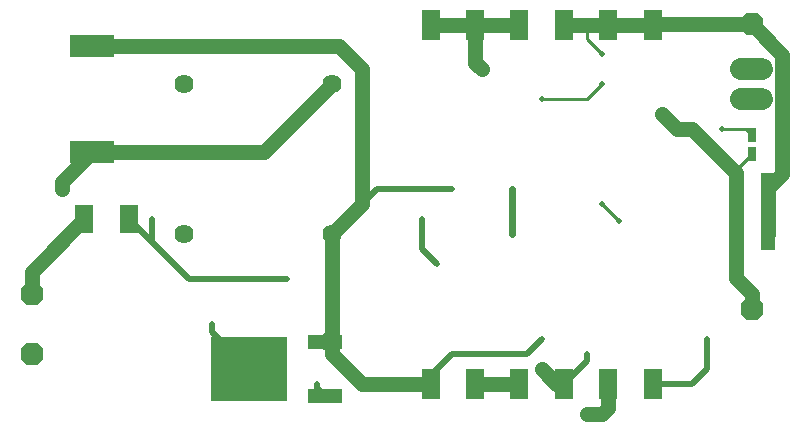
<source format=gbr>
G04 EAGLE Gerber RS-274X export*
G75*
%MOMM*%
%FSLAX34Y34*%
%LPD*%
%INTop Copper*%
%IPPOS*%
%AMOC8*
5,1,8,0,0,1.08239X$1,22.5*%
G01*
%ADD10P,2.089446X8X22.500000*%
%ADD11C,1.828800*%
%ADD12R,0.750000X1.200000*%
%ADD13R,1.520000X2.500000*%
%ADD14R,2.850000X1.250000*%
%ADD15R,6.500000X5.500000*%
%ADD16C,1.620000*%
%ADD17R,1.220000X2.720000*%
%ADD18R,1.550000X2.350000*%
%ADD19R,3.700000X1.909800*%
%ADD20C,1.270000*%
%ADD21C,0.502400*%
%ADD22C,0.609600*%
%ADD23C,0.508000*%
%ADD24C,0.254000*%
%ADD25C,1.000000*%
%ADD26C,0.700000*%


D10*
X50800Y114300D03*
X50800Y63500D03*
D11*
X651256Y304800D02*
X669544Y304800D01*
X669544Y279400D02*
X651256Y279400D01*
D12*
X660400Y233300D03*
X660400Y249300D03*
D13*
X388600Y38600D03*
X426200Y38600D03*
X463800Y38600D03*
X501400Y38600D03*
X539000Y38600D03*
X576600Y38600D03*
X576600Y342400D03*
X539000Y342400D03*
X501400Y342400D03*
X463800Y342400D03*
X426200Y342400D03*
X388600Y342400D03*
D14*
X299100Y28000D03*
D15*
X235100Y50800D03*
D14*
X299100Y73600D03*
D16*
X304800Y165100D03*
X179800Y165100D03*
D17*
X673900Y203200D03*
X646900Y203200D03*
X673900Y165100D03*
X646900Y165100D03*
D18*
X133300Y177800D03*
X95300Y177800D03*
D10*
X660400Y342900D03*
X660400Y101600D03*
D16*
X304800Y292100D03*
X179800Y292100D03*
D19*
X101600Y234449D03*
X101600Y324351D03*
D20*
X539000Y38600D02*
X539000Y18300D01*
X533400Y12700D01*
D21*
X457200Y165100D03*
D22*
X457200Y203200D01*
D21*
X457200Y203200D03*
D20*
X520700Y12700D02*
X533400Y12700D01*
D21*
X520700Y12700D03*
D20*
X95300Y177800D02*
X50800Y133300D01*
X50800Y114300D01*
D21*
X482600Y76200D03*
D23*
X469900Y63500D01*
X406400Y63500D02*
X388600Y45700D01*
X388600Y38600D01*
X406400Y63500D02*
X469900Y63500D01*
D20*
X388600Y38600D02*
X330700Y38600D01*
X330200Y38100D01*
X304800Y63500D01*
X304800Y76200D01*
X304800Y165100D01*
X301700Y76200D02*
X299100Y73600D01*
X301700Y76200D02*
X304800Y76200D01*
D21*
X406400Y203200D03*
D23*
X342900Y203200D01*
X304800Y165100D01*
D20*
X310649Y324351D02*
X101600Y324351D01*
X310649Y324351D02*
X330200Y304800D01*
X330200Y190500D01*
X304800Y165100D01*
X426200Y38600D02*
X463800Y38600D01*
X426200Y342400D02*
X388600Y342400D01*
X426200Y342400D02*
X463800Y342400D01*
X426200Y342400D02*
X426200Y310400D01*
X431800Y304800D01*
D21*
X431800Y304800D03*
X533400Y292100D03*
D24*
X520700Y279400D01*
D21*
X482600Y279400D03*
D24*
X520700Y279400D01*
D20*
X520700Y342400D02*
X501400Y342400D01*
X520700Y342400D02*
X539000Y342400D01*
X576600Y342400D01*
X577100Y342900D01*
X660400Y342900D01*
D21*
X533400Y317500D03*
D24*
X520700Y330200D01*
X520700Y342400D01*
D20*
X673900Y203200D02*
X673900Y165100D01*
X673900Y203200D02*
X673900Y204000D01*
X686308Y216408D02*
X686308Y316992D01*
X660400Y342900D01*
X686308Y216408D02*
X673900Y204000D01*
X501400Y38600D02*
X494800Y38600D01*
X482600Y50800D01*
D25*
X482600Y50800D03*
D23*
X501400Y38600D02*
X520700Y57900D01*
X520700Y63500D01*
D21*
X520700Y63500D03*
X393700Y139700D03*
D23*
X381000Y152400D01*
X381000Y177800D01*
D21*
X381000Y177800D03*
D23*
X235100Y50800D02*
X203200Y82700D01*
X203200Y88900D01*
D21*
X203200Y88900D03*
X533400Y190500D03*
X547729Y176171D03*
D24*
X533400Y190500D01*
D23*
X576600Y38600D02*
X610100Y38600D01*
X622300Y50800D01*
X622300Y76200D01*
D21*
X622300Y76200D03*
D20*
X646900Y165100D02*
X646900Y203200D01*
X646900Y165100D02*
X646900Y127800D01*
X660400Y114300D02*
X660400Y101600D01*
X660400Y114300D02*
X646900Y127800D01*
X646900Y203200D02*
X646900Y216700D01*
X609600Y254000D02*
X596900Y254000D01*
X584200Y266700D01*
X609600Y254000D02*
X646900Y216700D01*
D24*
X646900Y219800D02*
X660400Y233300D01*
X646900Y219800D02*
X646900Y216700D01*
D26*
X584200Y266700D03*
D21*
X635000Y254000D03*
D24*
X655700Y254000D01*
X660400Y249300D01*
D23*
X299100Y28000D02*
X292100Y35000D01*
X292100Y38100D01*
D21*
X292100Y38100D03*
X266700Y127000D03*
D23*
X184100Y127000D01*
X155550Y155550D01*
X152400Y158700D02*
X133300Y177800D01*
X152400Y158700D02*
X155550Y155550D01*
X152400Y158700D02*
X152400Y177800D01*
D21*
X152400Y177800D03*
X76200Y203200D03*
D20*
X76200Y209049D01*
X101600Y234449D01*
X247149Y234449D01*
X304800Y292100D01*
M02*

</source>
